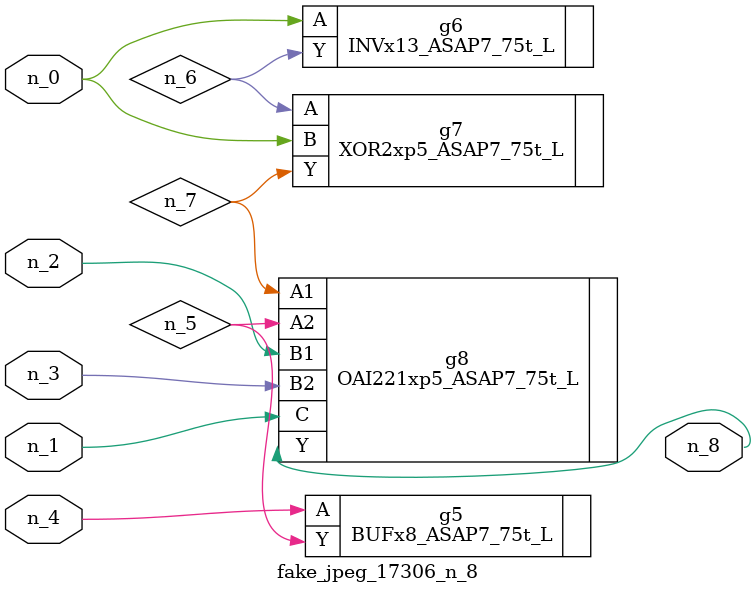
<source format=v>
module fake_jpeg_17306_n_8 (n_3, n_2, n_1, n_0, n_4, n_8);

input n_3;
input n_2;
input n_1;
input n_0;
input n_4;

output n_8;

wire n_6;
wire n_5;
wire n_7;

BUFx8_ASAP7_75t_L g5 ( 
.A(n_4),
.Y(n_5)
);

INVx13_ASAP7_75t_L g6 ( 
.A(n_0),
.Y(n_6)
);

XOR2xp5_ASAP7_75t_L g7 ( 
.A(n_6),
.B(n_0),
.Y(n_7)
);

OAI221xp5_ASAP7_75t_L g8 ( 
.A1(n_7),
.A2(n_5),
.B1(n_2),
.B2(n_3),
.C(n_1),
.Y(n_8)
);


endmodule
</source>
